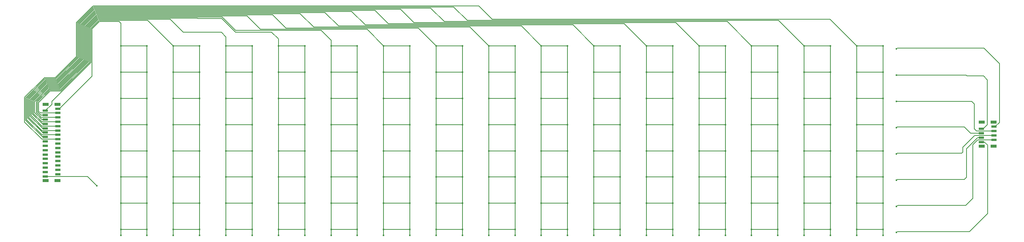
<source format=gbl>
G04 #@! TF.GenerationSoftware,KiCad,Pcbnew,6.0.8+dfsg-1~bpo11+1*
G04 #@! TF.CreationDate,2023-03-24T18:51:06-04:00*
G04 #@! TF.ProjectId,06_8x15_diamond_for_trackpad,30365f38-7831-4355-9f64-69616d6f6e64,rev?*
G04 #@! TF.SameCoordinates,Original*
G04 #@! TF.FileFunction,Copper,L2,Bot*
G04 #@! TF.FilePolarity,Positive*
%FSLAX46Y46*%
G04 Gerber Fmt 4.6, Leading zero omitted, Abs format (unit mm)*
G04 Created by KiCad (PCBNEW 6.0.8+dfsg-1~bpo11+1) date 2023-03-24 18:51:06*
%MOMM*%
%LPD*%
G01*
G04 APERTURE LIST*
G04 #@! TA.AperFunction,SMDPad,CuDef*
%ADD10R,1.200000X0.600000*%
G04 #@! TD*
G04 #@! TA.AperFunction,SMDPad,CuDef*
%ADD11R,1.400000X0.800000*%
G04 #@! TD*
G04 #@! TA.AperFunction,ViaPad*
%ADD12C,0.400000*%
G04 #@! TD*
G04 #@! TA.AperFunction,Conductor*
%ADD13C,0.127000*%
G04 #@! TD*
G04 APERTURE END LIST*
D10*
X52125000Y-72625000D03*
X49225000Y-73125000D03*
X52125000Y-73625000D03*
X49225000Y-74125000D03*
X52125000Y-74625000D03*
X49225000Y-75125000D03*
X52125000Y-75625000D03*
X49225000Y-76125000D03*
X52125000Y-76625000D03*
X49225000Y-77125000D03*
X52125000Y-77625000D03*
X49225000Y-78125000D03*
X52125000Y-78625000D03*
X49225000Y-79125000D03*
X52125000Y-79625000D03*
X49225000Y-80125000D03*
X52125000Y-80625000D03*
X49225000Y-81125000D03*
X52125000Y-81625000D03*
X49225000Y-82125000D03*
X52125000Y-82625000D03*
X49225000Y-83125000D03*
X52125000Y-83625000D03*
X49225000Y-84125000D03*
X52125000Y-84625000D03*
X49225000Y-85125000D03*
X52125000Y-85625000D03*
X49225000Y-86125000D03*
X52125000Y-86625000D03*
X49225000Y-87125000D03*
X52125000Y-87625000D03*
X49225000Y-88125000D03*
D11*
X52025000Y-71625000D03*
X49325000Y-71625000D03*
X52025000Y-89125000D03*
X49325000Y-89125000D03*
D10*
X265775000Y-76750000D03*
X262875000Y-77250000D03*
X265775000Y-77750000D03*
X262875000Y-78250000D03*
X265775000Y-78750000D03*
X262875000Y-79250000D03*
X265775000Y-79750000D03*
X262875000Y-80250000D03*
D11*
X265675000Y-75750000D03*
X262975000Y-75750000D03*
X265675000Y-81250000D03*
X262975000Y-81250000D03*
D12*
X60975000Y-90275000D03*
X243500000Y-58975000D03*
X243500000Y-64975000D03*
X243500000Y-70975000D03*
X243500000Y-76975000D03*
X243500000Y-82975000D03*
X243500000Y-88975000D03*
X243500000Y-94975000D03*
X243500000Y-100975000D03*
X66450000Y-100275000D03*
X66450000Y-58275000D03*
X66450000Y-94275000D03*
X66450000Y-101625000D03*
X66450000Y-88275000D03*
X72450000Y-64275000D03*
X66450000Y-76275000D03*
X72450000Y-100275000D03*
X66450000Y-64275000D03*
X72450000Y-101625000D03*
X72450000Y-76275000D03*
X72450000Y-88275000D03*
X72450000Y-94275000D03*
X72450000Y-82275000D03*
X72450000Y-58275000D03*
X66450000Y-82275000D03*
X66450000Y-70275000D03*
X72450000Y-70275000D03*
X78450000Y-100275000D03*
X78450000Y-82275000D03*
X78450000Y-70275000D03*
X84450000Y-70275000D03*
X84450000Y-82275000D03*
X84450000Y-100275000D03*
X84450000Y-64275000D03*
X84450000Y-101625000D03*
X78450000Y-88275000D03*
X78450000Y-58275000D03*
X84450000Y-88275000D03*
X78450000Y-64275000D03*
X78450000Y-76275000D03*
X78450000Y-94275000D03*
X84450000Y-76275000D03*
X78450000Y-101625000D03*
X84450000Y-94275000D03*
X84450000Y-58275000D03*
X96450000Y-82275000D03*
X96450000Y-100275000D03*
X96450000Y-76275000D03*
X90450000Y-82275000D03*
X90450000Y-70275000D03*
X96450000Y-58275000D03*
X96450000Y-101625000D03*
X90450000Y-58275000D03*
X90450000Y-88275000D03*
X90450000Y-76275000D03*
X90450000Y-64275000D03*
X90450000Y-94275000D03*
X96450000Y-64275000D03*
X96450000Y-88275000D03*
X90450000Y-101625000D03*
X96450000Y-70275000D03*
X90450000Y-100275000D03*
X96450000Y-94275000D03*
X102450000Y-76275000D03*
X108450000Y-82275000D03*
X108450000Y-76275000D03*
X108450000Y-64275000D03*
X102450000Y-94275000D03*
X108450000Y-101625000D03*
X102450000Y-82275000D03*
X108450000Y-100275000D03*
X102450000Y-100275000D03*
X108450000Y-94275000D03*
X108450000Y-70275000D03*
X102450000Y-88275000D03*
X102450000Y-101625000D03*
X108450000Y-58275000D03*
X108450000Y-88275000D03*
X102450000Y-64275000D03*
X102450000Y-70275000D03*
X102450000Y-58275000D03*
X114450000Y-101625000D03*
X120450000Y-94275000D03*
X114450000Y-94275000D03*
X120450000Y-70275000D03*
X120450000Y-100275000D03*
X114450000Y-70275000D03*
X114450000Y-58275000D03*
X120450000Y-88275000D03*
X120450000Y-64275000D03*
X120450000Y-101625000D03*
X114450000Y-76275000D03*
X114450000Y-100275000D03*
X114450000Y-64275000D03*
X120450000Y-58275000D03*
X114450000Y-88275000D03*
X114450000Y-82275000D03*
X120450000Y-82275000D03*
X120450000Y-76275000D03*
X132450000Y-64275000D03*
X126450000Y-58275000D03*
X126450000Y-94275000D03*
X126450000Y-70275000D03*
X126450000Y-88275000D03*
X126450000Y-64275000D03*
X132450000Y-58275000D03*
X132450000Y-70275000D03*
X126450000Y-82275000D03*
X126450000Y-100275000D03*
X132450000Y-100275000D03*
X132450000Y-82275000D03*
X132450000Y-94275000D03*
X126450000Y-76275000D03*
X132450000Y-88275000D03*
X132450000Y-101625000D03*
X126450000Y-101625000D03*
X132450000Y-76275000D03*
X144450000Y-82275000D03*
X138450000Y-101625000D03*
X144450000Y-101625000D03*
X138450000Y-58275000D03*
X138450000Y-64275000D03*
X144450000Y-58275000D03*
X144450000Y-94275000D03*
X138450000Y-70275000D03*
X144450000Y-100275000D03*
X144450000Y-64275000D03*
X138450000Y-88275000D03*
X144450000Y-70275000D03*
X138450000Y-82275000D03*
X144450000Y-88275000D03*
X138450000Y-100275000D03*
X138450000Y-76275000D03*
X144450000Y-76275000D03*
X138450000Y-94275000D03*
X156450000Y-100275000D03*
X156450000Y-76275000D03*
X150450000Y-76275000D03*
X156450000Y-94275000D03*
X156450000Y-70275000D03*
X150450000Y-64275000D03*
X150450000Y-94275000D03*
X150450000Y-101625000D03*
X150450000Y-88275000D03*
X156450000Y-82275000D03*
X150450000Y-70275000D03*
X156450000Y-64275000D03*
X150450000Y-82275000D03*
X156450000Y-58275000D03*
X156450000Y-101625000D03*
X150450000Y-58275000D03*
X156450000Y-88275000D03*
X150450000Y-100275000D03*
X168450000Y-94275000D03*
X168450000Y-64275000D03*
X168450000Y-70275000D03*
X168450000Y-82275000D03*
X168450000Y-58275000D03*
X162450000Y-100275000D03*
X168450000Y-100275000D03*
X162450000Y-64275000D03*
X168450000Y-76275000D03*
X162450000Y-70275000D03*
X162450000Y-76275000D03*
X162450000Y-58275000D03*
X162450000Y-101625000D03*
X168450000Y-88275000D03*
X162450000Y-88275000D03*
X162450000Y-82275000D03*
X168450000Y-101625000D03*
X162450000Y-94275000D03*
X180450000Y-70275000D03*
X174450000Y-70275000D03*
X174450000Y-101625000D03*
X180450000Y-58275000D03*
X174450000Y-82275000D03*
X180450000Y-82275000D03*
X180450000Y-94275000D03*
X180450000Y-88275000D03*
X174450000Y-100275000D03*
X174450000Y-88275000D03*
X180450000Y-100275000D03*
X174450000Y-76275000D03*
X174450000Y-94275000D03*
X180450000Y-101625000D03*
X174450000Y-64275000D03*
X180450000Y-76275000D03*
X180450000Y-64275000D03*
X174450000Y-58275000D03*
X186450000Y-94275000D03*
X186450000Y-101625000D03*
X192450000Y-101625000D03*
X192450000Y-64275000D03*
X192450000Y-94275000D03*
X186450000Y-88275000D03*
X192450000Y-76275000D03*
X192450000Y-70275000D03*
X186450000Y-76275000D03*
X192450000Y-82275000D03*
X186450000Y-100275000D03*
X192450000Y-88275000D03*
X186450000Y-70275000D03*
X186450000Y-58275000D03*
X192450000Y-58275000D03*
X186450000Y-64275000D03*
X192450000Y-100275000D03*
X186450000Y-82275000D03*
X198450000Y-100275000D03*
X198450000Y-64275000D03*
X198450000Y-101625000D03*
X204450000Y-101625000D03*
X204450000Y-76275000D03*
X198450000Y-88275000D03*
X198450000Y-82275000D03*
X204450000Y-100275000D03*
X204450000Y-64275000D03*
X204450000Y-82275000D03*
X204450000Y-58275000D03*
X204450000Y-88275000D03*
X204450000Y-70275000D03*
X204450000Y-94275000D03*
X198450000Y-76275000D03*
X198450000Y-94275000D03*
X198450000Y-70275000D03*
X198450000Y-58275000D03*
X216450000Y-101625000D03*
X210450000Y-101625000D03*
X216450000Y-70275000D03*
X210450000Y-58275000D03*
X210450000Y-64275000D03*
X216450000Y-88275000D03*
X216450000Y-82275000D03*
X210450000Y-76275000D03*
X216450000Y-100275000D03*
X210450000Y-94275000D03*
X216450000Y-94275000D03*
X210450000Y-70275000D03*
X210450000Y-82275000D03*
X210450000Y-100275000D03*
X210450000Y-88275000D03*
X216450000Y-76275000D03*
X216450000Y-58275000D03*
X216450000Y-64275000D03*
X228450000Y-88275000D03*
X228450000Y-64275000D03*
X222450000Y-64275000D03*
X222450000Y-76275000D03*
X222450000Y-100275000D03*
X228450000Y-82275000D03*
X228450000Y-101625000D03*
X222450000Y-70275000D03*
X228450000Y-94275000D03*
X222450000Y-101625000D03*
X222450000Y-58275000D03*
X222450000Y-82275000D03*
X222450000Y-94275000D03*
X228450000Y-100275000D03*
X228450000Y-58275000D03*
X222450000Y-88275000D03*
X228450000Y-76275000D03*
X228450000Y-70275000D03*
X240450000Y-88275000D03*
X234450000Y-76275000D03*
X234450000Y-100275000D03*
X240450000Y-76275000D03*
X240450000Y-64275000D03*
X240450000Y-100275000D03*
X234450000Y-88275000D03*
X234450000Y-70275000D03*
X234450000Y-101625000D03*
X240450000Y-94275000D03*
X240450000Y-101625000D03*
X234450000Y-94275000D03*
X234450000Y-58275000D03*
X234450000Y-64275000D03*
X240450000Y-70275000D03*
X234450000Y-82275000D03*
X240450000Y-58275000D03*
X240450000Y-82275000D03*
D13*
X49225000Y-88125000D02*
X58825000Y-88125000D01*
X58825000Y-88125000D02*
X60975000Y-90275000D01*
X243700000Y-58775000D02*
X243500000Y-58975000D01*
X265775000Y-76750000D02*
X266075000Y-76750000D01*
X263500000Y-58775000D02*
X243700000Y-58775000D01*
X266075000Y-76750000D02*
X267025000Y-75800000D01*
X267025000Y-75800000D02*
X267025000Y-62300000D01*
X267025000Y-62300000D02*
X263500000Y-58775000D01*
X262875000Y-77250000D02*
X263375000Y-77250000D01*
X264300000Y-76325000D02*
X264300000Y-66050000D01*
X263400000Y-65150000D02*
X259600000Y-65150000D01*
X243500000Y-64975000D02*
X259425000Y-64975000D01*
X259425000Y-64975000D02*
X259600000Y-65150000D01*
X263375000Y-77250000D02*
X264300000Y-76325000D01*
X264300000Y-66050000D02*
X263400000Y-65150000D01*
X261850000Y-77750000D02*
X261325000Y-77225000D01*
X265775000Y-77750000D02*
X261850000Y-77750000D01*
X261325000Y-77225000D02*
X261325000Y-71600000D01*
X260700000Y-70975000D02*
X243500000Y-70975000D01*
X261325000Y-71600000D02*
X260700000Y-70975000D01*
X259050000Y-76850000D02*
X243625000Y-76850000D01*
X260450000Y-78250000D02*
X259050000Y-76850000D01*
X243625000Y-76850000D02*
X243500000Y-76975000D01*
X262875000Y-78250000D02*
X260450000Y-78250000D01*
X258450000Y-82825000D02*
X243650000Y-82825000D01*
X243650000Y-82825000D02*
X243500000Y-82975000D01*
X265775000Y-78750000D02*
X261425000Y-78750000D01*
X258700000Y-81475000D02*
X258700000Y-82575000D01*
X258700000Y-82575000D02*
X258450000Y-82825000D01*
X261425000Y-78750000D02*
X258700000Y-81475000D01*
X243650000Y-88825000D02*
X243500000Y-88975000D01*
X259500000Y-88300000D02*
X258975000Y-88825000D01*
X258975000Y-88825000D02*
X243650000Y-88825000D01*
X259500000Y-81775000D02*
X259500000Y-88300000D01*
X262875000Y-79250000D02*
X262025000Y-79250000D01*
X262025000Y-79250000D02*
X259500000Y-81775000D01*
X260950000Y-80894000D02*
X260950000Y-93150000D01*
X262094000Y-79750000D02*
X260950000Y-80894000D01*
X243737500Y-94737500D02*
X243500000Y-94975000D01*
X265775000Y-79750000D02*
X262094000Y-79750000D01*
X259362500Y-94737500D02*
X243737500Y-94737500D01*
X259362500Y-94737500D02*
X260950000Y-93150000D01*
X263602000Y-80250000D02*
X264325000Y-80973000D01*
X243700000Y-100775000D02*
X243500000Y-100975000D01*
X264325000Y-96650000D02*
X260200000Y-100775000D01*
X260200000Y-100775000D02*
X243700000Y-100775000D01*
X262875000Y-80250000D02*
X263602000Y-80250000D01*
X264325000Y-80973000D02*
X264325000Y-96650000D01*
X66450000Y-100275000D02*
X72450000Y-100275000D01*
X52125000Y-72625000D02*
X52425000Y-72625000D01*
X61550000Y-52700000D02*
X66075000Y-52700000D01*
X66450000Y-101625000D02*
X66450000Y-58275000D01*
X66450000Y-53075000D02*
X66450000Y-58275000D01*
X66450000Y-64275000D02*
X72450000Y-64275000D01*
X66450000Y-70275000D02*
X72450000Y-70275000D01*
X59875000Y-65175000D02*
X59875000Y-54375000D01*
X52425000Y-72625000D02*
X59875000Y-65175000D01*
X66450000Y-82275000D02*
X72450000Y-82275000D01*
X66450000Y-58275000D02*
X72450000Y-58275000D01*
X59875000Y-54375000D02*
X61550000Y-52700000D01*
X66450000Y-76275000D02*
X72450000Y-76275000D01*
X66075000Y-52700000D02*
X66450000Y-53075000D01*
X66450000Y-94275000D02*
X72450000Y-94275000D01*
X66450000Y-88275000D02*
X72450000Y-88275000D01*
X72450000Y-101625000D02*
X72450000Y-58275000D01*
X78450000Y-70275000D02*
X84450000Y-70275000D01*
X78450000Y-101625000D02*
X78450000Y-58275000D01*
X78450000Y-94275000D02*
X84450000Y-94275000D01*
X59621000Y-62079000D02*
X59621000Y-54269790D01*
X59621000Y-54269790D02*
X61465790Y-52425000D01*
X49225000Y-73125000D02*
X50725000Y-71625000D01*
X61465790Y-52425000D02*
X72600000Y-52425000D01*
X50725000Y-70975000D02*
X59621000Y-62079000D01*
X78450000Y-88275000D02*
X84450000Y-88275000D01*
X50725000Y-71625000D02*
X50725000Y-70975000D01*
X78450000Y-76275000D02*
X84450000Y-76275000D01*
X78450000Y-82275000D02*
X84450000Y-82275000D01*
X78450000Y-64275000D02*
X84450000Y-64275000D01*
X78450000Y-100275000D02*
X84450000Y-100275000D01*
X72600000Y-52425000D02*
X78450000Y-58275000D01*
X78450000Y-58275000D02*
X84450000Y-58275000D01*
X84450000Y-101625000D02*
X84450000Y-58275000D01*
X90450000Y-58275000D02*
X96450000Y-58275000D01*
X96450000Y-101625000D02*
X96450000Y-58275000D01*
X90450000Y-100275000D02*
X96450000Y-100275000D01*
X77746000Y-52171000D02*
X80725000Y-55150000D01*
X59367000Y-61973790D02*
X59367000Y-54164580D01*
X59367000Y-54164580D02*
X61360580Y-52171000D01*
X47700000Y-71200000D02*
X50325000Y-68575000D01*
X52125000Y-73625000D02*
X48100000Y-73625000D01*
X89400000Y-55150000D02*
X90450000Y-56200000D01*
X90450000Y-94275000D02*
X96450000Y-94275000D01*
X48100000Y-73625000D02*
X47700000Y-73225000D01*
X80725000Y-55150000D02*
X89400000Y-55150000D01*
X50325000Y-68575000D02*
X52765790Y-68575000D01*
X90450000Y-64275000D02*
X96450000Y-64275000D01*
X90450000Y-76275000D02*
X96450000Y-76275000D01*
X90450000Y-70275000D02*
X96450000Y-70275000D01*
X61360580Y-52171000D02*
X77746000Y-52171000D01*
X47700000Y-73225000D02*
X47700000Y-71200000D01*
X90450000Y-101625000D02*
X90450000Y-58275000D01*
X90450000Y-88275000D02*
X96450000Y-88275000D01*
X52765790Y-68575000D02*
X59367000Y-61973790D01*
X90450000Y-82275000D02*
X96450000Y-82275000D01*
X90450000Y-56200000D02*
X90450000Y-58275000D01*
X102450000Y-82275000D02*
X108450000Y-82275000D01*
X102450000Y-58275000D02*
X108450000Y-58275000D01*
X102450000Y-64275000D02*
X108450000Y-64275000D01*
X102450000Y-101625000D02*
X102450000Y-58275000D01*
X102450000Y-100275000D02*
X108450000Y-100275000D01*
X48200000Y-74125000D02*
X47446000Y-73371000D01*
X102450000Y-88275000D02*
X108450000Y-88275000D01*
X50219790Y-68321000D02*
X52660580Y-68321000D01*
X59113000Y-54059370D02*
X61255370Y-51917000D01*
X52660580Y-68321000D02*
X59113000Y-61868580D01*
X102450000Y-70275000D02*
X108450000Y-70275000D01*
X102450000Y-76275000D02*
X108450000Y-76275000D01*
X102450000Y-94275000D02*
X108450000Y-94275000D01*
X100900000Y-55100000D02*
X102450000Y-56650000D01*
X89525000Y-52000000D02*
X92625000Y-55100000D01*
X102450000Y-56650000D02*
X102450000Y-58275000D01*
X49225000Y-74125000D02*
X48200000Y-74125000D01*
X47446000Y-73371000D02*
X47446000Y-71094790D01*
X108450000Y-101625000D02*
X108450000Y-58275000D01*
X83892000Y-51917000D02*
X83975000Y-52000000D01*
X61255370Y-51917000D02*
X83892000Y-51917000D01*
X59113000Y-61868580D02*
X59113000Y-54059370D01*
X47446000Y-71094790D02*
X50219790Y-68321000D01*
X92625000Y-55100000D02*
X100900000Y-55100000D01*
X83975000Y-52000000D02*
X89525000Y-52000000D01*
X112175000Y-54750000D02*
X114450000Y-57025000D01*
X114450000Y-57025000D02*
X114450000Y-58275000D01*
X114450000Y-94275000D02*
X120450000Y-94275000D01*
X120450000Y-101625000D02*
X120450000Y-58275000D01*
X47192000Y-73517000D02*
X47192000Y-70989580D01*
X52555370Y-68067000D02*
X58859000Y-61763370D01*
X114450000Y-64275000D02*
X120450000Y-64275000D01*
X114450000Y-58275000D02*
X120450000Y-58275000D01*
X52125000Y-74625000D02*
X48300000Y-74625000D01*
X58859000Y-53954160D02*
X61150160Y-51663000D01*
X114450000Y-70275000D02*
X120450000Y-70275000D01*
X61150160Y-51663000D02*
X89563000Y-51663000D01*
X92650000Y-54750000D02*
X112175000Y-54750000D01*
X114450000Y-101625000D02*
X114450000Y-58275000D01*
X114450000Y-76275000D02*
X120450000Y-76275000D01*
X114450000Y-100275000D02*
X120450000Y-100275000D01*
X89563000Y-51663000D02*
X92650000Y-54750000D01*
X47192000Y-70989580D02*
X50114580Y-68067000D01*
X48300000Y-74625000D02*
X47192000Y-73517000D01*
X58859000Y-61763370D02*
X58859000Y-53954160D01*
X114450000Y-88275000D02*
X120450000Y-88275000D01*
X114450000Y-82275000D02*
X120450000Y-82275000D01*
X50114580Y-68067000D02*
X52555370Y-68067000D01*
X98321000Y-54496000D02*
X122671000Y-54496000D01*
X46800000Y-73484210D02*
X46800000Y-71022370D01*
X126450000Y-76275000D02*
X132450000Y-76275000D01*
X126450000Y-82275000D02*
X132450000Y-82275000D01*
X126450000Y-64275000D02*
X132450000Y-64275000D01*
X61044950Y-51409000D02*
X95234000Y-51409000D01*
X50009370Y-67813000D02*
X52450160Y-67813000D01*
X95234000Y-51409000D02*
X98321000Y-54496000D01*
X126450000Y-100275000D02*
X132450000Y-100275000D01*
X126450000Y-70275000D02*
X132450000Y-70275000D01*
X126450000Y-94275000D02*
X132450000Y-94275000D01*
X48440790Y-75125000D02*
X46800000Y-73484210D01*
X46800000Y-71022370D02*
X50009370Y-67813000D01*
X52450160Y-67813000D02*
X58605000Y-61658160D01*
X122671000Y-54496000D02*
X126450000Y-58275000D01*
X126450000Y-101625000D02*
X126450000Y-58275000D01*
X132450000Y-101625000D02*
X132450000Y-58275000D01*
X58605000Y-61658160D02*
X58605000Y-53848950D01*
X126450000Y-88275000D02*
X132450000Y-88275000D01*
X126450000Y-58275000D02*
X132450000Y-58275000D01*
X49225000Y-75125000D02*
X48440790Y-75125000D01*
X58605000Y-53848950D02*
X61044950Y-51409000D01*
X144450000Y-101625000D02*
X144450000Y-58275000D01*
X46546000Y-73727000D02*
X46546000Y-70917160D01*
X138450000Y-64275000D02*
X144450000Y-64275000D01*
X60939740Y-51155000D02*
X101080000Y-51155000D01*
X58351000Y-53743740D02*
X60939740Y-51155000D01*
X138450000Y-88275000D02*
X144450000Y-88275000D01*
X138450000Y-70275000D02*
X144450000Y-70275000D01*
X138450000Y-58275000D02*
X144450000Y-58275000D01*
X48444000Y-75625000D02*
X46546000Y-73727000D01*
X49904160Y-67559000D02*
X52344950Y-67559000D01*
X134417000Y-54242000D02*
X138450000Y-58275000D01*
X138450000Y-82275000D02*
X144450000Y-82275000D01*
X138450000Y-76275000D02*
X144450000Y-76275000D01*
X138450000Y-100275000D02*
X144450000Y-100275000D01*
X58351000Y-61552950D02*
X58351000Y-53743740D01*
X46546000Y-70917160D02*
X49904160Y-67559000D01*
X138450000Y-101625000D02*
X138450000Y-58275000D01*
X52125000Y-75625000D02*
X48444000Y-75625000D01*
X52344950Y-67559000D02*
X58351000Y-61552950D01*
X104167000Y-54242000D02*
X134417000Y-54242000D01*
X101080000Y-51155000D02*
X104167000Y-54242000D01*
X138450000Y-94275000D02*
X144450000Y-94275000D01*
X146163000Y-53988000D02*
X150450000Y-58275000D01*
X150450000Y-100275000D02*
X156450000Y-100275000D01*
X60834530Y-50901000D02*
X107401000Y-50901000D01*
X150450000Y-58275000D02*
X156450000Y-58275000D01*
X150450000Y-64275000D02*
X156450000Y-64275000D01*
X110488000Y-53988000D02*
X146163000Y-53988000D01*
X58097000Y-61447740D02*
X58097000Y-53638530D01*
X52239740Y-67305000D02*
X58097000Y-61447740D01*
X150450000Y-76275000D02*
X156450000Y-76275000D01*
X49798950Y-67305000D02*
X52239740Y-67305000D01*
X150450000Y-94275000D02*
X156450000Y-94275000D01*
X150450000Y-88275000D02*
X156450000Y-88275000D01*
X46292000Y-70811950D02*
X49798950Y-67305000D01*
X156450000Y-101625000D02*
X156450000Y-58275000D01*
X107401000Y-50901000D02*
X110488000Y-53988000D01*
X46292000Y-73832210D02*
X46292000Y-70811950D01*
X150450000Y-82275000D02*
X156450000Y-82275000D01*
X48584790Y-76125000D02*
X46292000Y-73832210D01*
X49225000Y-76125000D02*
X48584790Y-76125000D01*
X150450000Y-101625000D02*
X150450000Y-58275000D01*
X150450000Y-70275000D02*
X156450000Y-70275000D01*
X58097000Y-53638530D02*
X60834530Y-50901000D01*
X162450000Y-100275000D02*
X168450000Y-100275000D01*
X113072000Y-50647000D02*
X116159000Y-53734000D01*
X116159000Y-53734000D02*
X157909000Y-53734000D01*
X46038000Y-74219000D02*
X46038000Y-70706740D01*
X52134530Y-67051000D02*
X57843000Y-61342530D01*
X162450000Y-76275000D02*
X168450000Y-76275000D01*
X60729320Y-50647000D02*
X113072000Y-50647000D01*
X162450000Y-70275000D02*
X168450000Y-70275000D01*
X46038000Y-70706740D02*
X49693740Y-67051000D01*
X162450000Y-64275000D02*
X168450000Y-64275000D01*
X162450000Y-101625000D02*
X162450000Y-58275000D01*
X162450000Y-58275000D02*
X168450000Y-58275000D01*
X162450000Y-88275000D02*
X168450000Y-88275000D01*
X157909000Y-53734000D02*
X162450000Y-58275000D01*
X162450000Y-94275000D02*
X168450000Y-94275000D01*
X48444000Y-76625000D02*
X46038000Y-74219000D01*
X168450000Y-101625000D02*
X168450000Y-58275000D01*
X52125000Y-76625000D02*
X48444000Y-76625000D01*
X49693740Y-67051000D02*
X52134530Y-67051000D01*
X162450000Y-82275000D02*
X168450000Y-82275000D01*
X57843000Y-53533320D02*
X60729320Y-50647000D01*
X57843000Y-61342530D02*
X57843000Y-53533320D01*
X57589000Y-61237320D02*
X57589000Y-53428110D01*
X174450000Y-94275000D02*
X180450000Y-94275000D01*
X122255000Y-53480000D02*
X169655000Y-53480000D01*
X52029320Y-66797000D02*
X57589000Y-61237320D01*
X174450000Y-76275000D02*
X180450000Y-76275000D01*
X45784000Y-74324210D02*
X45784000Y-70601530D01*
X174450000Y-88275000D02*
X180450000Y-88275000D01*
X49225000Y-77125000D02*
X48584790Y-77125000D01*
X174450000Y-101625000D02*
X174450000Y-58275000D01*
X174450000Y-70275000D02*
X180450000Y-70275000D01*
X119168000Y-50393000D02*
X122255000Y-53480000D01*
X45784000Y-70601530D02*
X49588530Y-66797000D01*
X174450000Y-64275000D02*
X180450000Y-64275000D01*
X174450000Y-58275000D02*
X180450000Y-58275000D01*
X174450000Y-82275000D02*
X180450000Y-82275000D01*
X57589000Y-53428110D02*
X60624110Y-50393000D01*
X169655000Y-53480000D02*
X174450000Y-58275000D01*
X180450000Y-101625000D02*
X180450000Y-58275000D01*
X174450000Y-100275000D02*
X180450000Y-100275000D01*
X49588530Y-66797000D02*
X52029320Y-66797000D01*
X60624110Y-50393000D02*
X119168000Y-50393000D01*
X48584790Y-77125000D02*
X45784000Y-74324210D01*
X181401000Y-53226000D02*
X186450000Y-58275000D01*
X186450000Y-70275000D02*
X192450000Y-70275000D01*
X186450000Y-76275000D02*
X192450000Y-76275000D01*
X45530000Y-74711000D02*
X45530000Y-70496320D01*
X186450000Y-100275000D02*
X192450000Y-100275000D01*
X60518900Y-50139000D02*
X124464000Y-50139000D01*
X52125000Y-77625000D02*
X48444000Y-77625000D01*
X48444000Y-77625000D02*
X45530000Y-74711000D01*
X57335000Y-61132110D02*
X57335000Y-53322900D01*
X186450000Y-82275000D02*
X192450000Y-82275000D01*
X186450000Y-64275000D02*
X192450000Y-64275000D01*
X49483320Y-66543000D02*
X51924110Y-66543000D01*
X186450000Y-94275000D02*
X192450000Y-94275000D01*
X192450000Y-101625000D02*
X192450000Y-58275000D01*
X124464000Y-50139000D02*
X127551000Y-53226000D01*
X186450000Y-101625000D02*
X186450000Y-58275000D01*
X127551000Y-53226000D02*
X181401000Y-53226000D01*
X51924110Y-66543000D02*
X57335000Y-61132110D01*
X57335000Y-53322900D02*
X60518900Y-50139000D01*
X186450000Y-58275000D02*
X192450000Y-58275000D01*
X45530000Y-70496320D02*
X49483320Y-66543000D01*
X186450000Y-88275000D02*
X192450000Y-88275000D01*
X130285000Y-49885000D02*
X133372000Y-52972000D01*
X57081000Y-61026900D02*
X57081000Y-53217690D01*
X193147000Y-52972000D02*
X198450000Y-58275000D01*
X204450000Y-101625000D02*
X204450000Y-58275000D01*
X198450000Y-58275000D02*
X204450000Y-58275000D01*
X48584790Y-78125000D02*
X45276000Y-74816210D01*
X45276000Y-74816210D02*
X45276000Y-70391110D01*
X60413690Y-49885000D02*
X130285000Y-49885000D01*
X198450000Y-70275000D02*
X204450000Y-70275000D01*
X133372000Y-52972000D02*
X193147000Y-52972000D01*
X45276000Y-70391110D02*
X49378110Y-66289000D01*
X198450000Y-64275000D02*
X204450000Y-64275000D01*
X198450000Y-76275000D02*
X204450000Y-76275000D01*
X198450000Y-101625000D02*
X198450000Y-58275000D01*
X198450000Y-94275000D02*
X204450000Y-94275000D01*
X49378110Y-66289000D02*
X51818900Y-66289000D01*
X49225000Y-78125000D02*
X48584790Y-78125000D01*
X57081000Y-53217690D02*
X60413690Y-49885000D01*
X198450000Y-82275000D02*
X204450000Y-82275000D01*
X51818900Y-66289000D02*
X57081000Y-61026900D01*
X198450000Y-88275000D02*
X204450000Y-88275000D01*
X198450000Y-100275000D02*
X204450000Y-100275000D01*
X137206000Y-49631000D02*
X140293000Y-52718000D01*
X210450000Y-76275000D02*
X216450000Y-76275000D01*
X210450000Y-64275000D02*
X216450000Y-64275000D01*
X45022000Y-75203000D02*
X45022000Y-70285900D01*
X140293000Y-52718000D02*
X204893000Y-52718000D01*
X210450000Y-100275000D02*
X216450000Y-100275000D01*
X210450000Y-58275000D02*
X216450000Y-58275000D01*
X210450000Y-88275000D02*
X216450000Y-88275000D01*
X60308480Y-49631000D02*
X137206000Y-49631000D01*
X52125000Y-78625000D02*
X48444000Y-78625000D01*
X48444000Y-78625000D02*
X45022000Y-75203000D01*
X204893000Y-52718000D02*
X210450000Y-58275000D01*
X216450000Y-101625000D02*
X216450000Y-58275000D01*
X210450000Y-94275000D02*
X216450000Y-94275000D01*
X49272900Y-66035000D02*
X51713690Y-66035000D01*
X56827000Y-53112480D02*
X60308480Y-49631000D01*
X51713690Y-66035000D02*
X56827000Y-60921690D01*
X56827000Y-60921690D02*
X56827000Y-53112480D01*
X210450000Y-101625000D02*
X210450000Y-58275000D01*
X210450000Y-70275000D02*
X216450000Y-70275000D01*
X210450000Y-82275000D02*
X216450000Y-82275000D01*
X45022000Y-70285900D02*
X49272900Y-66035000D01*
X44768000Y-75308210D02*
X44768000Y-70180690D01*
X222450000Y-64275000D02*
X228450000Y-64275000D01*
X228450000Y-101625000D02*
X228450000Y-58275000D01*
X222450000Y-94275000D02*
X228450000Y-94275000D01*
X56573000Y-60816480D02*
X56573000Y-53007270D01*
X49167690Y-65781000D02*
X51608480Y-65781000D01*
X56573000Y-53007270D02*
X60203270Y-49377000D01*
X60203270Y-49377000D02*
X142452000Y-49377000D01*
X222450000Y-100275000D02*
X228450000Y-100275000D01*
X145539000Y-52464000D02*
X216639000Y-52464000D01*
X222450000Y-76275000D02*
X228450000Y-76275000D01*
X51608480Y-65781000D02*
X56573000Y-60816480D01*
X222450000Y-70275000D02*
X228450000Y-70275000D01*
X48584790Y-79125000D02*
X44768000Y-75308210D01*
X222450000Y-82275000D02*
X228450000Y-82275000D01*
X142452000Y-49377000D02*
X145539000Y-52464000D01*
X222450000Y-58275000D02*
X228450000Y-58275000D01*
X216639000Y-52464000D02*
X222450000Y-58275000D01*
X44768000Y-70180690D02*
X49167690Y-65781000D01*
X49225000Y-79125000D02*
X48584790Y-79125000D01*
X222450000Y-101625000D02*
X222450000Y-58275000D01*
X222450000Y-88275000D02*
X228450000Y-88275000D01*
X234450000Y-64275000D02*
X240450000Y-64275000D01*
X49062480Y-65527000D02*
X51503270Y-65527000D01*
X234450000Y-76275000D02*
X240450000Y-76275000D01*
X44514000Y-75695000D02*
X44514000Y-70075480D01*
X240450000Y-101625000D02*
X240450000Y-58275000D01*
X234450000Y-70275000D02*
X240450000Y-70275000D01*
X234450000Y-58275000D02*
X240450000Y-58275000D01*
X234450000Y-101625000D02*
X234450000Y-58275000D01*
X148173000Y-49123000D02*
X151260000Y-52210000D01*
X51503270Y-65527000D02*
X56319000Y-60711270D01*
X234450000Y-82275000D02*
X240450000Y-82275000D01*
X151260000Y-52210000D02*
X228385000Y-52210000D01*
X234450000Y-94275000D02*
X240450000Y-94275000D01*
X48444000Y-79625000D02*
X44514000Y-75695000D01*
X234450000Y-100275000D02*
X240450000Y-100275000D01*
X60098060Y-49123000D02*
X148173000Y-49123000D01*
X228385000Y-52210000D02*
X234450000Y-58275000D01*
X56319000Y-52902060D02*
X60098060Y-49123000D01*
X52125000Y-79625000D02*
X48444000Y-79625000D01*
X44514000Y-70075480D02*
X49062480Y-65527000D01*
X234450000Y-88275000D02*
X240450000Y-88275000D01*
X56319000Y-60711270D02*
X56319000Y-52902060D01*
M02*

</source>
